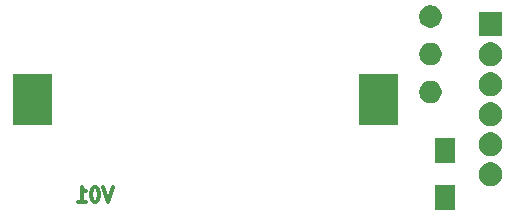
<source format=gbr>
G04 #@! TF.GenerationSoftware,KiCad,Pcbnew,(5.0.2)-1*
G04 #@! TF.CreationDate,2019-01-05T19:06:30+01:00*
G04 #@! TF.ProjectId,DrumMetter,4472756d-4d65-4747-9465-722e6b696361,01*
G04 #@! TF.SameCoordinates,Original*
G04 #@! TF.FileFunction,Soldermask,Bot*
G04 #@! TF.FilePolarity,Negative*
%FSLAX46Y46*%
G04 Gerber Fmt 4.6, Leading zero omitted, Abs format (unit mm)*
G04 Created by KiCad (PCBNEW (5.0.2)-1) date 05.01.2019 19:06:30*
%MOMM*%
%LPD*%
G01*
G04 APERTURE LIST*
%ADD10C,0.300000*%
%ADD11C,0.100000*%
G04 APERTURE END LIST*
D10*
X149194857Y-93710857D02*
X148794857Y-94910857D01*
X148394857Y-93710857D01*
X147766285Y-93710857D02*
X147652000Y-93710857D01*
X147537714Y-93768000D01*
X147480571Y-93825142D01*
X147423428Y-93939428D01*
X147366285Y-94168000D01*
X147366285Y-94453714D01*
X147423428Y-94682285D01*
X147480571Y-94796571D01*
X147537714Y-94853714D01*
X147652000Y-94910857D01*
X147766285Y-94910857D01*
X147880571Y-94853714D01*
X147937714Y-94796571D01*
X147994857Y-94682285D01*
X148052000Y-94453714D01*
X148052000Y-94168000D01*
X147994857Y-93939428D01*
X147937714Y-93825142D01*
X147880571Y-93768000D01*
X147766285Y-93710857D01*
X146223428Y-94910857D02*
X146909142Y-94910857D01*
X146566285Y-94910857D02*
X146566285Y-93710857D01*
X146680571Y-93882285D01*
X146794857Y-93996571D01*
X146909142Y-94053714D01*
D11*
G36*
X178221000Y-95641000D02*
X176519000Y-95641000D01*
X176519000Y-93539000D01*
X178221000Y-93539000D01*
X178221000Y-95641000D01*
X178221000Y-95641000D01*
G37*
G36*
X181471981Y-91627468D02*
X181654150Y-91702925D01*
X181818103Y-91812475D01*
X181957525Y-91951897D01*
X182067075Y-92115850D01*
X182142532Y-92298019D01*
X182181000Y-92491410D01*
X182181000Y-92688590D01*
X182142532Y-92881981D01*
X182067075Y-93064150D01*
X181957525Y-93228103D01*
X181818103Y-93367525D01*
X181654150Y-93477075D01*
X181471981Y-93552532D01*
X181278590Y-93591000D01*
X181081410Y-93591000D01*
X180888019Y-93552532D01*
X180705850Y-93477075D01*
X180541897Y-93367525D01*
X180402475Y-93228103D01*
X180292925Y-93064150D01*
X180217468Y-92881981D01*
X180179000Y-92688590D01*
X180179000Y-92491410D01*
X180217468Y-92298019D01*
X180292925Y-92115850D01*
X180402475Y-91951897D01*
X180541897Y-91812475D01*
X180705850Y-91702925D01*
X180888019Y-91627468D01*
X181081410Y-91589000D01*
X181278590Y-91589000D01*
X181471981Y-91627468D01*
X181471981Y-91627468D01*
G37*
G36*
X178221000Y-91641000D02*
X176519000Y-91641000D01*
X176519000Y-89539000D01*
X178221000Y-89539000D01*
X178221000Y-91641000D01*
X178221000Y-91641000D01*
G37*
G36*
X181471981Y-89087468D02*
X181654150Y-89162925D01*
X181818103Y-89272475D01*
X181957525Y-89411897D01*
X182067075Y-89575850D01*
X182142532Y-89758019D01*
X182181000Y-89951410D01*
X182181000Y-90148590D01*
X182142532Y-90341981D01*
X182067075Y-90524150D01*
X181957525Y-90688103D01*
X181818103Y-90827525D01*
X181654150Y-90937075D01*
X181471981Y-91012532D01*
X181278590Y-91051000D01*
X181081410Y-91051000D01*
X180888019Y-91012532D01*
X180705850Y-90937075D01*
X180541897Y-90827525D01*
X180402475Y-90688103D01*
X180292925Y-90524150D01*
X180217468Y-90341981D01*
X180179000Y-90148590D01*
X180179000Y-89951410D01*
X180217468Y-89758019D01*
X180292925Y-89575850D01*
X180402475Y-89411897D01*
X180541897Y-89272475D01*
X180705850Y-89162925D01*
X180888019Y-89087468D01*
X181081410Y-89049000D01*
X181278590Y-89049000D01*
X181471981Y-89087468D01*
X181471981Y-89087468D01*
G37*
G36*
X181471981Y-86547468D02*
X181654150Y-86622925D01*
X181818103Y-86732475D01*
X181957525Y-86871897D01*
X182067075Y-87035850D01*
X182142532Y-87218019D01*
X182181000Y-87411410D01*
X182181000Y-87608590D01*
X182142532Y-87801981D01*
X182067075Y-87984150D01*
X181957525Y-88148103D01*
X181818103Y-88287525D01*
X181654150Y-88397075D01*
X181471981Y-88472532D01*
X181278590Y-88511000D01*
X181081410Y-88511000D01*
X180888019Y-88472532D01*
X180705850Y-88397075D01*
X180541897Y-88287525D01*
X180402475Y-88148103D01*
X180292925Y-87984150D01*
X180217468Y-87801981D01*
X180179000Y-87608590D01*
X180179000Y-87411410D01*
X180217468Y-87218019D01*
X180292925Y-87035850D01*
X180402475Y-86871897D01*
X180541897Y-86732475D01*
X180705850Y-86622925D01*
X180888019Y-86547468D01*
X181081410Y-86509000D01*
X181278590Y-86509000D01*
X181471981Y-86547468D01*
X181471981Y-86547468D01*
G37*
G36*
X173351000Y-88391000D02*
X170049000Y-88391000D01*
X170049000Y-84089000D01*
X173351000Y-84089000D01*
X173351000Y-88391000D01*
X173351000Y-88391000D01*
G37*
G36*
X144051000Y-88391000D02*
X140749000Y-88391000D01*
X140749000Y-84089000D01*
X144051000Y-84089000D01*
X144051000Y-88391000D01*
X144051000Y-88391000D01*
G37*
G36*
X176377396Y-84715546D02*
X176550466Y-84787234D01*
X176706230Y-84891312D01*
X176838688Y-85023770D01*
X176942766Y-85179534D01*
X177014454Y-85352604D01*
X177051000Y-85536333D01*
X177051000Y-85723667D01*
X177014454Y-85907396D01*
X176942766Y-86080466D01*
X176838688Y-86236230D01*
X176706230Y-86368688D01*
X176550466Y-86472766D01*
X176377396Y-86544454D01*
X176193667Y-86581000D01*
X176006333Y-86581000D01*
X175822604Y-86544454D01*
X175649534Y-86472766D01*
X175493770Y-86368688D01*
X175361312Y-86236230D01*
X175257234Y-86080466D01*
X175185546Y-85907396D01*
X175149000Y-85723667D01*
X175149000Y-85536333D01*
X175185546Y-85352604D01*
X175257234Y-85179534D01*
X175361312Y-85023770D01*
X175493770Y-84891312D01*
X175649534Y-84787234D01*
X175822604Y-84715546D01*
X176006333Y-84679000D01*
X176193667Y-84679000D01*
X176377396Y-84715546D01*
X176377396Y-84715546D01*
G37*
G36*
X181471981Y-84007468D02*
X181654150Y-84082925D01*
X181818103Y-84192475D01*
X181957525Y-84331897D01*
X182067075Y-84495850D01*
X182142532Y-84678019D01*
X182181000Y-84871410D01*
X182181000Y-85068590D01*
X182142532Y-85261981D01*
X182067075Y-85444150D01*
X181957525Y-85608103D01*
X181818103Y-85747525D01*
X181654150Y-85857075D01*
X181471981Y-85932532D01*
X181278590Y-85971000D01*
X181081410Y-85971000D01*
X180888019Y-85932532D01*
X180705850Y-85857075D01*
X180541897Y-85747525D01*
X180402475Y-85608103D01*
X180292925Y-85444150D01*
X180217468Y-85261981D01*
X180179000Y-85068590D01*
X180179000Y-84871410D01*
X180217468Y-84678019D01*
X180292925Y-84495850D01*
X180402475Y-84331897D01*
X180541897Y-84192475D01*
X180705850Y-84082925D01*
X180888019Y-84007468D01*
X181081410Y-83969000D01*
X181278590Y-83969000D01*
X181471981Y-84007468D01*
X181471981Y-84007468D01*
G37*
G36*
X181471981Y-81467468D02*
X181654150Y-81542925D01*
X181818103Y-81652475D01*
X181957525Y-81791897D01*
X182067075Y-81955850D01*
X182142532Y-82138019D01*
X182181000Y-82331410D01*
X182181000Y-82528590D01*
X182142532Y-82721981D01*
X182067075Y-82904150D01*
X181957525Y-83068103D01*
X181818103Y-83207525D01*
X181654150Y-83317075D01*
X181471981Y-83392532D01*
X181278590Y-83431000D01*
X181081410Y-83431000D01*
X180888019Y-83392532D01*
X180705850Y-83317075D01*
X180541897Y-83207525D01*
X180402475Y-83068103D01*
X180292925Y-82904150D01*
X180217468Y-82721981D01*
X180179000Y-82528590D01*
X180179000Y-82331410D01*
X180217468Y-82138019D01*
X180292925Y-81955850D01*
X180402475Y-81791897D01*
X180541897Y-81652475D01*
X180705850Y-81542925D01*
X180888019Y-81467468D01*
X181081410Y-81429000D01*
X181278590Y-81429000D01*
X181471981Y-81467468D01*
X181471981Y-81467468D01*
G37*
G36*
X176377396Y-81515546D02*
X176550466Y-81587234D01*
X176706230Y-81691312D01*
X176838688Y-81823770D01*
X176942766Y-81979534D01*
X177014454Y-82152604D01*
X177051000Y-82336333D01*
X177051000Y-82523667D01*
X177014454Y-82707396D01*
X176942766Y-82880466D01*
X176838688Y-83036230D01*
X176706230Y-83168688D01*
X176550466Y-83272766D01*
X176377396Y-83344454D01*
X176193667Y-83381000D01*
X176006333Y-83381000D01*
X175822604Y-83344454D01*
X175649534Y-83272766D01*
X175493770Y-83168688D01*
X175361312Y-83036230D01*
X175257234Y-82880466D01*
X175185546Y-82707396D01*
X175149000Y-82523667D01*
X175149000Y-82336333D01*
X175185546Y-82152604D01*
X175257234Y-81979534D01*
X175361312Y-81823770D01*
X175493770Y-81691312D01*
X175649534Y-81587234D01*
X175822604Y-81515546D01*
X176006333Y-81479000D01*
X176193667Y-81479000D01*
X176377396Y-81515546D01*
X176377396Y-81515546D01*
G37*
G36*
X182181000Y-80891000D02*
X180179000Y-80891000D01*
X180179000Y-78889000D01*
X182181000Y-78889000D01*
X182181000Y-80891000D01*
X182181000Y-80891000D01*
G37*
G36*
X176377396Y-78315546D02*
X176550466Y-78387234D01*
X176706230Y-78491312D01*
X176838688Y-78623770D01*
X176942766Y-78779534D01*
X177014454Y-78952604D01*
X177051000Y-79136333D01*
X177051000Y-79323667D01*
X177014454Y-79507396D01*
X176942766Y-79680466D01*
X176838688Y-79836230D01*
X176706230Y-79968688D01*
X176550466Y-80072766D01*
X176377396Y-80144454D01*
X176193667Y-80181000D01*
X176006333Y-80181000D01*
X175822604Y-80144454D01*
X175649534Y-80072766D01*
X175493770Y-79968688D01*
X175361312Y-79836230D01*
X175257234Y-79680466D01*
X175185546Y-79507396D01*
X175149000Y-79323667D01*
X175149000Y-79136333D01*
X175185546Y-78952604D01*
X175257234Y-78779534D01*
X175361312Y-78623770D01*
X175493770Y-78491312D01*
X175649534Y-78387234D01*
X175822604Y-78315546D01*
X176006333Y-78279000D01*
X176193667Y-78279000D01*
X176377396Y-78315546D01*
X176377396Y-78315546D01*
G37*
M02*

</source>
